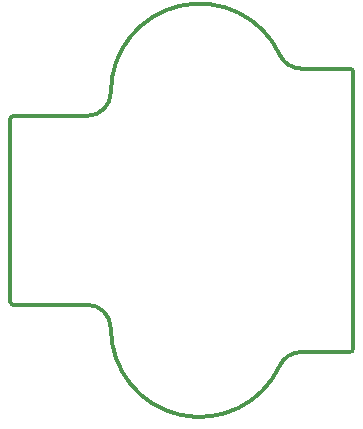
<source format=gbr>
G04 #@! TF.GenerationSoftware,KiCad,Pcbnew,(5.1.4)-1*
G04 #@! TF.CreationDate,2020-03-27T15:30:10-04:00*
G04 #@! TF.ProjectId,y-z_motor_endstop_breakout,792d7a5f-6d6f-4746-9f72-5f656e647374,rev?*
G04 #@! TF.SameCoordinates,PX8a48640PY6422c40*
G04 #@! TF.FileFunction,Profile,NP*
%FSLAX46Y46*%
G04 Gerber Fmt 4.6, Leading zero omitted, Abs format (unit mm)*
G04 Created by KiCad (PCBNEW (5.1.4)-1) date 2020-03-27 15:30:10*
%MOMM*%
%LPD*%
G04 APERTURE LIST*
%ADD10C,0.304799*%
G04 APERTURE END LIST*
D10*
X13000000Y11750000D02*
X13000000Y-11750000D01*
X13000000Y-11750000D02*
G75*
G02X12750000Y-12000000I-250000J0D01*
G01*
X12749999Y12000001D02*
G75*
G02X13000000Y11750000I0J-250001D01*
G01*
X12750000Y-12000000D02*
X8616843Y-12000000D01*
X6802771Y-13157894D02*
G75*
G02X8616843Y-12000000I1814072J-842105D01*
G01*
X-15999998Y7749999D02*
G75*
G02X-15750000Y7999999I249999J1D01*
G01*
X8616843Y12000000D02*
X12749999Y12000000D01*
X-7499999Y10000000D02*
G75*
G02X6802771Y13157894I7499999J0D01*
G01*
X-7499999Y9999998D02*
G75*
G02X-9500000Y7999999I-2000000J1D01*
G01*
X6802772Y-13157895D02*
G75*
G02X-7500000Y-10000000I-6802772J3157895D01*
G01*
X-15750000Y7999999D02*
X-9500000Y7999999D01*
X-9500000Y-8000000D02*
G75*
G02X-7500000Y-10000000I0J-2000000D01*
G01*
X-15999999Y-7750000D02*
X-15999999Y7749999D01*
X-15749999Y-8000000D02*
G75*
G02X-15999999Y-7750000I0J250000D01*
G01*
X8616844Y12000000D02*
G75*
G02X6802771Y13157894I-1J2000000D01*
G01*
X-9500000Y-8000000D02*
X-15750000Y-8000000D01*
M02*

</source>
